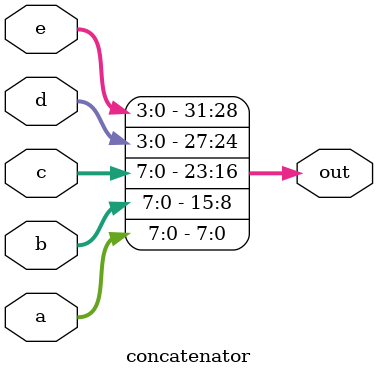
<source format=v>
module concatenator( a, b, c, d, e, out);
  input[7:0] a;
  input[7:0] b;
  input[7:0] c;
  input[3:0] d;
  input[3:0] e;
  
  output[31:0] out;
  assign out = {e, d, c, b, a};
endmodule

</source>
